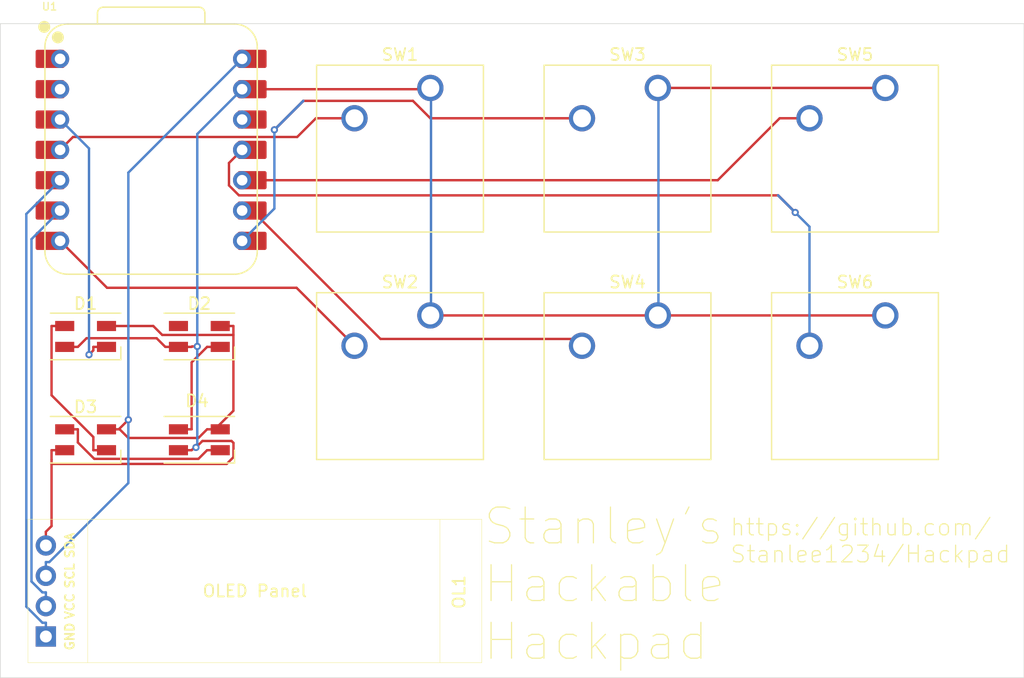
<source format=kicad_pcb>
(kicad_pcb (version 20240108) (generator "pcbnew") (generator_version "8.0")
  (layers (0 "F.Cu" signal) (31 "B.Cu" signal) (34 "B.Paste" user) (35 "F.Paste" user) (36 "B.SilkS" user "B.Silkscreen") (37 "F.SilkS" user "F.Silkscreen") (38 "B.Mask" user) (39 "F.Mask" user) (44 "Edge.Cuts" user))
  (net 0 "")
  (net 1 "+5V")
  (net 2 "GND")
  (net 3 "Net-(D1-DOUT)")
  (net 4 "Net-(D1-DIN)")
  (net 5 "Net-(D2-DIN)")
  (net 7 "Net-(D3-DOUT)")
  (net 8 "Net-(OL1-SCL)")
  (net 9 "Net-(OL1-SDA)")
  (net 10 "Net-(U1-GPIO29{slash}ADC3{slash}A3)")
  (net 11 "Net-(U1-GPIO0{slash}TX)")
  (net 12 "Net-(U1-GPIO1{slash}RX)")
  (net 13 "Net-(U1-GPIO2{slash}SCK)")
  (net 14 "Net-(U1-GPIO4{slash}MISO)")
  (net 15 "Net-(U1-GPIO3{slash}MOSI)")
  (footprint "Button_Switch_Keyboard:SW_Cherry_MX_1.00u_PCB" (layer "F.Cu") (at 102.6875 91.1084)
    (property "Reference" "SW2" (at -2.54 -2.794 0) (layer "F.SilkS"))
    (property "Value" "SW_Push")
    (fp_line (start -9.525 -1.905) (end 4.445 -1.905) (stroke (width 0.12)) (layer "F.SilkS"))
    (fp_line (start -9.525 12.065) (end -9.525 -1.905) (stroke (width 0.12)) (layer "F.SilkS"))
    (fp_line (start 4.445 -1.905) (end 4.445 12.065) (stroke (width 0.12)) (layer "F.SilkS"))
    (fp_line (start 4.445 12.065) (end -9.525 12.065) (stroke (width 0.12)) (layer "F.SilkS"))
    (pad "" np_thru_hole circle (at -7.62 5.08) (size 1.7 1.7) (drill 1.7) (layers "*.Cu" "*.Mask"))
    (pad "" np_thru_hole circle (at -2.54 5.08) (size 4 4) (drill 4) (layers "*.Cu" "*.Mask"))
    (pad "" np_thru_hole circle (at 2.54 5.08) (size 1.7 1.7) (drill 1.7) (layers "*.Cu" "*.Mask"))
    (pad "1" thru_hole circle (at 0 0) (size 2.2 2.2) (drill 1.5) (layers "*.Cu" "*.Mask") (net 2 "GND"))
    (pad "2" thru_hole circle (at -6.35 2.54) (size 2.2 2.2) (drill 1.5) (layers "*.Cu" "*.Mask") (net 11 "Net-(U1-GPIO0{slash}TX)"))
  )
  (footprint "OLED:SSD1306-0.91-OLED-4pin-128x32 (1)" (layer "F.Cu") (at 106.9913 120.185 180)
    (property "Reference" "OL1" (at 1.9 5.91 90) (layer "F.SilkS"))
    (property "Value" "OLED")
    (fp_line (start 38 12) (end 38 0) (stroke (width 0.04)) (layer "F.SilkS"))
    (fp_line (start 38 0) (end 0 0) (stroke (width 0.04)) (layer "F.SilkS"))
    (fp_line (start 33 0) (end 33 12) (stroke (width 0.04)) (layer "F.SilkS"))
    (fp_line (start 3.5 0) (end 3.5 12) (stroke (width 0.04)) (layer "F.SilkS"))
    (fp_line (start 0 12) (end 38 12) (stroke (width 0.04)) (layer "F.SilkS"))
    (fp_line (start 0 0) (end 0 12) (stroke (width 0.04)) (layer "F.SilkS"))
    (fp_text user "OLED Panel" (at 19 6 0) (layer "F.SilkS"))
    (fp_text user "SDA" (at 34.5 9.81 90) (layer "F.SilkS") (effects (font (size 0.75 0.75))))
    (fp_text user "VCC" (at 34.5 4.73 90) (layer "F.SilkS") (effects (font (size 0.75 0.75))))
    (fp_text user "SCL" (at 34.5 7.27 90) (layer "F.SilkS") (effects (font (size 0.75 0.75))))
    (fp_text user "GND" (at 34.5 2.19 90) (layer "F.SilkS") (effects (font (size 0.75 0.75))))
    (pad "1" thru_hole rect (at 36.5 2.19 180) (size 1.7 1.7) (drill 1) (layers "*.Cu" "*.Mask") (net 9 "Net-(OL1-SDA)"))
    (pad "2" thru_hole oval (at 36.5 4.73 180) (size 1.7 1.7) (drill 1) (layers "*.Cu" "*.Mask") (net 8 "Net-(OL1-SCL)"))
    (pad "3" thru_hole oval (at 36.5 7.27 180) (size 1.7 1.7) (drill 1) (layers "*.Cu" "*.Mask") (net 1 "+5V"))
    (pad "4" thru_hole oval (at 36.5 9.81 180) (size 1.7 1.7) (drill 1) (layers "*.Cu" "*.Mask") (net 2 "GND"))
  )
  (footprint "OPL:XIAO-RP2040-DIP" (layer "F.Cu") (at 79.3035 77.244)
    (property "Reference" "U1" (at -8.5 -12 0) (layer "F.SilkS") (effects (font (size 0.635 0.635) (thickness 0.1016))))
    (property "Value" "XIAO-RP2040-DIP")
    (fp_line (start -8.89 8.509) (end -8.89 -8.636) (stroke (width 0.127)) (layer "F.SilkS"))
    (fp_line (start -6.985 10.414) (end 6.985 10.414) (stroke (width 0.127)) (layer "F.SilkS"))
    (fp_line (start -4.495 -10.541) (end -4.491272 -11.451272) (stroke (width 0.127)) (layer "F.SilkS"))
    (fp_line (start -3.991272 -11.951) (end 4.004 -11.951) (stroke (width 0.127)) (layer "F.SilkS"))
    (fp_line (start 4.504 -11.451) (end 4.504 -10.541) (stroke (width 0.127)) (layer "F.SilkS"))
    (fp_line (start 6.985 -10.541) (end -6.985 -10.541) (stroke (width 0.1)) (layer "F.SilkS"))
    (fp_line (start 6.985 -10.541) (end -6.985 -10.541) (stroke (width 0.127)) (layer "F.SilkS"))
    (fp_line (start 8.89 8.509) (end 8.89 -8.636) (stroke (width 0.127)) (layer "F.SilkS"))
    (fp_arc (start -8.89 -8.636) (mid -8.332038 -9.983038) (end -6.985 -10.541) (stroke (width 0.127)) (layer "F.SilkS"))
    (fp_arc (start -6.985 10.414) (mid -8.332038 9.856038) (end -8.89 8.509) (stroke (width 0.127)) (layer "F.SilkS"))
    (fp_arc (start -4.491272 -11.451272) (mid -4.344724 -11.804644) (end -3.991272 -11.951) (stroke (width 0.127)) (layer "F.SilkS"))
    (fp_arc (start 4.004 -11.951) (mid 4.357553 -11.804553) (end 4.504 -11.451) (stroke (width 0.127)) (layer "F.SilkS"))
    (fp_arc (start 6.985 -10.541) (mid 8.332038 -9.983038) (end 8.89 -8.636) (stroke (width 0.127)) (layer "F.SilkS"))
    (fp_arc (start 8.89 8.509) (mid 8.332038 9.856038) (end 6.985 10.414) (stroke (width 0.127)) (layer "F.SilkS"))
    (fp_circle (center -8.95 -10.3) (end -8.95 -10.554) (stroke (width 0.5)) (fill solid) (layer "F.SilkS"))
    (fp_circle (center -7.807 -9.42) (end -7.807 -9.674) (stroke (width 0.5)) (fill solid) (layer "F.SilkS"))
    (pad "1" smd roundrect (at -8.455 -7.62 180) (size 2.432 1.524) (layers "F.Cu" "F.Mask") (roundrect_rratio 0.1))
    (pad "1" thru_hole circle (at -7.62 -7.62 180) (size 1.524 1.524) (drill 0.889) (layers "*.Cu" "*.Mask"))
    (pad "2" smd roundrect (at -8.455 -5.08 180) (size 2.432 1.524) (layers "F.Cu" "F.Mask") (roundrect_rratio 0.1))
    (pad "2" thru_hole circle (at -7.62 -5.08 180) (size 1.524 1.524) (drill 0.889) (layers "*.Cu" "*.Mask"))
    (pad "3" smd roundrect (at -8.455 -2.54 180) (size 2.432 1.524) (layers "F.Cu" "F.Mask") (roundrect_rratio 0.1) (net 4 "Net-(D1-DIN)"))
    (pad "3" thru_hole circle (at -7.62 -2.54 180) (size 1.524 1.524) (drill 0.889) (layers "*.Cu" "*.Mask") (net 4 "Net-(D1-DIN)"))
    (pad "4" smd roundrect (at -8.455 0 180) (size 2.432 1.524) (layers "F.Cu" "F.Mask") (roundrect_rratio 0.1) (net 10 "Net-(U1-GPIO29{slash}ADC3{slash}A3)"))
    (pad "4" thru_hole circle (at -7.62 0 180) (size 1.524 1.524) (drill 0.889) (layers "*.Cu" "*.Mask") (net 10 "Net-(U1-GPIO29{slash}ADC3{slash}A3)"))
    (pad "5" smd roundrect (at -8.455 2.54 180) (size 2.432 1.524) (layers "F.Cu" "F.Mask") (roundrect_rratio 0.1) (net 9 "Net-(OL1-SDA)"))
    (pad "5" thru_hole circle (at -7.62 2.54 180) (size 1.524 1.524) (drill 0.889) (layers "*.Cu" "*.Mask") (net 9 "Net-(OL1-SDA)"))
    (pad "6" smd roundrect (at -8.455 5.08 180) (size 2.432 1.524) (layers "F.Cu" "F.Mask") (roundrect_rratio 0.1) (net 8 "Net-(OL1-SCL)"))
    (pad "6" thru_hole circle (at -7.62 5.08 180) (size 1.524 1.524) (drill 0.889) (layers "*.Cu" "*.Mask") (net 8 "Net-(OL1-SCL)"))
    (pad "7" smd roundrect (at -8.455 7.62 180) (size 2.432 1.524) (layers "F.Cu" "F.Mask") (roundrect_rratio 0.1) (net 11 "Net-(U1-GPIO0{slash}TX)"))
    (pad "7" thru_hole circle (at -7.62 7.62 180) (size 1.524 1.524) (drill 0.889) (layers "*.Cu" "*.Mask") (net 11 "Net-(U1-GPIO0{slash}TX)"))
    (pad "8" thru_hole circle (at 7.62 7.62) (size 1.524 1.524) (drill 0.889) (layers "*.Cu" "*.Mask") (net 12 "Net-(U1-GPIO1{slash}RX)"))
    (pad "8" smd roundrect (at 8.455 7.62) (size 2.432 1.524) (layers "F.Cu" "F.Mask") (roundrect_rratio 0.1) (net 12 "Net-(U1-GPIO1{slash}RX)"))
    (pad "9" thru_hole circle (at 7.62 5.08) (size 1.524 1.524) (drill 0.889) (layers "*.Cu" "*.Mask") (net 13 "Net-(U1-GPIO2{slash}SCK)"))
    (pad "9" smd roundrect (at 8.455 5.08) (size 2.432 1.524) (layers "F.Cu" "F.Mask") (roundrect_rratio 0.1) (net 13 "Net-(U1-GPIO2{slash}SCK)"))
    (pad "10" thru_hole circle (at 7.62 2.54) (size 1.524 1.524) (drill 0.889) (layers "*.Cu" "*.Mask") (net 14 "Net-(U1-GPIO4{slash}MISO)"))
    (pad "10" smd roundrect (at 8.455 2.54) (size 2.432 1.524) (layers "F.Cu" "F.Mask") (roundrect_rratio 0.1) (net 14 "Net-(U1-GPIO4{slash}MISO)"))
    (pad "11" thru_hole circle (at 7.62 0) (size 1.524 1.524) (drill 0.889) (layers "*.Cu" "*.Mask") (net 15 "Net-(U1-GPIO3{slash}MOSI)"))
    (pad "11" smd roundrect (at 8.455 0) (size 2.432 1.524) (layers "F.Cu" "F.Mask") (roundrect_rratio 0.1) (net 15 "Net-(U1-GPIO3{slash}MOSI)"))
    (pad "12" thru_hole circle (at 7.62 -2.54) (size 1.524 1.524) (drill 0.889) (layers "*.Cu" "*.Mask"))
    (pad "12" smd roundrect (at 8.455 -2.54) (size 2.432 1.524) (layers "F.Cu" "F.Mask") (roundrect_rratio 0.1))
    (pad "13" thru_hole circle (at 7.62 -5.08) (size 1.524 1.524) (drill 0.889) (layers "*.Cu" "*.Mask") (net 2 "GND"))
    (pad "13" smd roundrect (at 8.455 -5.08) (size 2.432 1.524) (layers "F.Cu" "F.Mask") (roundrect_rratio 0.1) (net 2 "GND"))
    (pad "14" thru_hole circle (at 7.62 -7.62) (size 1.524 1.524) (drill 0.889) (layers "*.Cu" "*.Mask") (net 1 "+5V"))
    (pad "14" smd roundrect (at 8.455 -7.62) (size 2.432 1.524) (layers "F.Cu" "F.Mask") (roundrect_rratio 0.1) (net 1 "+5V"))
  )
  (footprint "LED_SMD:LED_SK6812MINI_PLCC4_3.5x3.5mm_P1.75mm" (layer "F.Cu") (at 83.3438 101.5187)
    (property "Reference" "D4" (at -0.1965 -3.25425 0) (layer "F.SilkS"))
    (property "Value" "SK6812MINI")
    (fp_line (start -2.95 -1.95) (end 2.95 -1.95) (stroke (width 0.12)) (layer "F.SilkS"))
    (fp_line (start -2.95 1.95) (end 2.95 1.95) (stroke (width 0.12)) (layer "F.SilkS"))
    (fp_line (start 2.95 1.95) (end 2.95 0.875) (stroke (width 0.12)) (layer "F.SilkS"))
    (pad "1" smd rect (at -1.75 -0.875) (size 1.6 0.85) (layers "F.Cu" "F.Paste" "F.Mask") (net 5 "Net-(D2-DIN)"))
    (pad "2" smd rect (at -1.75 0.875) (size 1.6 0.85) (layers "F.Cu" "F.Paste" "F.Mask") (net 2 "GND"))
    (pad "3" smd rect (at 1.75 0.875) (size 1.6 0.85) (layers "F.Cu" "F.Paste" "F.Mask") (net 7 "Net-(D3-DOUT)"))
    (pad "4" smd rect (at 1.75 -0.875) (size 1.6 0.85) (layers "F.Cu" "F.Paste" "F.Mask") (net 1 "+5V"))
  )
  (footprint "LED_SMD:LED_SK6812MINI_PLCC4_3.5x3.5mm_P1.75mm" (layer "F.Cu") (at 73.8188 92.8687)
    (property "Reference" "D1" (at 0 -2.75 0) (layer "F.SilkS"))
    (property "Value" "SK6812MINI")
    (fp_line (start -2.95 -1.95) (end 2.95 -1.95) (stroke (width 0.12)) (layer "F.SilkS"))
    (fp_line (start -2.95 1.95) (end 2.95 1.95) (stroke (width 0.12)) (layer "F.SilkS"))
    (fp_line (start 2.95 1.95) (end 2.95 0.875) (stroke (width 0.12)) (layer "F.SilkS"))
    (pad "1" smd rect (at -1.75 -0.875) (size 1.6 0.85) (layers "F.Cu" "F.Paste" "F.Mask") (net 3 "Net-(D1-DOUT)"))
    (pad "2" smd rect (at -1.75 0.875) (size 1.6 0.85) (layers "F.Cu" "F.Paste" "F.Mask") (net 2 "GND"))
    (pad "3" smd rect (at 1.75 0.875) (size 1.6 0.85) (layers "F.Cu" "F.Paste" "F.Mask") (net 4 "Net-(D1-DIN)"))
    (pad "4" smd rect (at 1.75 -0.875) (size 1.6 0.85) (layers "F.Cu" "F.Paste" "F.Mask") (net 1 "+5V"))
  )
  (footprint "Button_Switch_Keyboard:SW_Cherry_MX_1.00u_PCB" (layer "F.Cu") (at 121.7375 91.1084)
    (property "Reference" "SW4" (at -2.54 -2.794 0) (layer "F.SilkS"))
    (property "Value" "SW_Push")
    (fp_line (start -9.525 -1.905) (end 4.445 -1.905) (stroke (width 0.12)) (layer "F.SilkS"))
    (fp_line (start -9.525 12.065) (end -9.525 -1.905) (stroke (width 0.12)) (layer "F.SilkS"))
    (fp_line (start 4.445 -1.905) (end 4.445 12.065) (stroke (width 0.12)) (layer "F.SilkS"))
    (fp_line (start 4.445 12.065) (end -9.525 12.065) (stroke (width 0.12)) (layer "F.SilkS"))
    (pad "" np_thru_hole circle (at -7.62 5.08) (size 1.7 1.7) (drill 1.7) (layers "*.Cu" "*.Mask"))
    (pad "" np_thru_hole circle (at -2.54 5.08) (size 4 4) (drill 4) (layers "*.Cu" "*.Mask"))
    (pad "" np_thru_hole circle (at 2.54 5.08) (size 1.7 1.7) (drill 1.7) (layers "*.Cu" "*.Mask"))
    (pad "1" thru_hole circle (at 0 0) (size 2.2 2.2) (drill 1.5) (layers "*.Cu" "*.Mask") (net 2 "GND"))
    (pad "2" thru_hole circle (at -6.35 2.54) (size 2.2 2.2) (drill 1.5) (layers "*.Cu" "*.Mask") (net 13 "Net-(U1-GPIO2{slash}SCK)"))
  )
  (footprint "LED_SMD:LED_SK6812MINI_PLCC4_3.5x3.5mm_P1.75mm" (layer "F.Cu") (at 83.3438 92.8687)
    (property "Reference" "D2" (at 0 -2.75 0) (layer "F.SilkS"))
    (property "Value" "SK6812MINI")
    (fp_line (start -2.95 -1.95) (end 2.95 -1.95) (stroke (width 0.12)) (layer "F.SilkS"))
    (fp_line (start -2.95 1.95) (end 2.95 1.95) (stroke (width 0.12)) (layer "F.SilkS"))
    (fp_line (start 2.95 1.95) (end 2.95 0.875) (stroke (width 0.12)) (layer "F.SilkS"))
    (pad "1" smd rect (at -1.75 -0.875) (size 1.6 0.85) (layers "F.Cu" "F.Paste" "F.Mask"))
    (pad "2" smd rect (at -1.75 0.875) (size 1.6 0.85) (layers "F.Cu" "F.Paste" "F.Mask") (net 2 "GND"))
    (pad "3" smd rect (at 1.75 0.875) (size 1.6 0.85) (layers "F.Cu" "F.Paste" "F.Mask") (net 5 "Net-(D2-DIN)"))
    (pad "4" smd rect (at 1.75 -0.875) (size 1.6 0.85) (layers "F.Cu" "F.Paste" "F.Mask") (net 1 "+5V"))
  )
  (footprint "Button_Switch_Keyboard:SW_Cherry_MX_1.00u_PCB" (layer "F.Cu") (at 121.7375 72.0584)
    (property "Reference" "SW3" (at -2.54 -2.794 0) (layer "F.SilkS"))
    (property "Value" "SW_Push")
    (fp_line (start -9.525 -1.905) (end 4.445 -1.905) (stroke (width 0.12)) (layer "F.SilkS"))
    (fp_line (start -9.525 12.065) (end -9.525 -1.905) (stroke (width 0.12)) (layer "F.SilkS"))
    (fp_line (start 4.445 -1.905) (end 4.445 12.065) (stroke (width 0.12)) (layer "F.SilkS"))
    (fp_line (start 4.445 12.065) (end -9.525 12.065) (stroke (width 0.12)) (layer "F.SilkS"))
    (pad "" np_thru_hole circle (at -7.62 5.08) (size 1.7 1.7) (drill 1.7) (layers "*.Cu" "*.Mask"))
    (pad "" np_thru_hole circle (at -2.54 5.08) (size 4 4) (drill 4) (layers "*.Cu" "*.Mask"))
    (pad "" np_thru_hole circle (at 2.54 5.08) (size 1.7 1.7) (drill 1.7) (layers "*.Cu" "*.Mask"))
    (pad "1" thru_hole circle (at 0 0) (size 2.2 2.2) (drill 1.5) (layers "*.Cu" "*.Mask") (net 2 "GND"))
    (pad "2" thru_hole circle (at -6.35 2.54) (size 2.2 2.2) (drill 1.5) (layers "*.Cu" "*.Mask") (net 12 "Net-(U1-GPIO1{slash}RX)"))
  )
  (footprint "LED_SMD:LED_SK6812MINI_PLCC4_3.5x3.5mm_P1.75mm" (layer "F.Cu") (at 73.8188 101.5187)
    (property "Reference" "D3" (at 0 -2.75 0) (layer "F.SilkS"))
    (property "Value" "SK6812MINI")
    (fp_line (start -2.95 -1.95) (end 2.95 -1.95) (stroke (width 0.12)) (layer "F.SilkS"))
    (fp_line (start -2.95 1.95) (end 2.95 1.95) (stroke (width 0.12)) (layer "F.SilkS"))
    (fp_line (start 2.95 1.95) (end 2.95 0.875) (stroke (width 0.12)) (layer "F.SilkS"))
    (pad "1" smd rect (at -1.75 -0.875) (size 1.6 0.85) (layers "F.Cu" "F.Paste" "F.Mask") (net 7 "Net-(D3-DOUT)"))
    (pad "2" smd rect (at -1.75 0.875) (size 1.6 0.85) (layers "F.Cu" "F.Paste" "F.Mask") (net 2 "GND"))
    (pad "3" smd rect (at 1.75 0.875) (size 1.6 0.85) (layers "F.Cu" "F.Paste" "F.Mask") (net 3 "Net-(D1-DOUT)"))
    (pad "4" smd rect (at 1.75 -0.875) (size 1.6 0.85) (layers "F.Cu" "F.Paste" "F.Mask") (net 1 "+5V"))
  )
  (footprint "Button_Switch_Keyboard:SW_Cherry_MX_1.00u_PCB" (layer "F.Cu") (at 140.7875 72.0584)
    (property "Reference" "SW5" (at -2.54 -2.794 0) (layer "F.SilkS"))
    (property "Value" "SW_Push")
    (fp_line (start -9.525 -1.905) (end 4.445 -1.905) (stroke (width 0.12)) (layer "F.SilkS"))
    (fp_line (start -9.525 12.065) (end -9.525 -1.905) (stroke (width 0.12)) (layer "F.SilkS"))
    (fp_line (start 4.445 -1.905) (end 4.445 12.065) (stroke (width 0.12)) (layer "F.SilkS"))
    (fp_line (start 4.445 12.065) (end -9.525 12.065) (stroke (width 0.12)) (layer "F.SilkS"))
    (pad "" np_thru_hole circle (at -7.62 5.08) (size 1.7 1.7) (drill 1.7) (layers "*.Cu" "*.Mask"))
    (pad "" np_thru_hole circle (at -2.54 5.08) (size 4 4) (drill 4) (layers "*.Cu" "*.Mask"))
    (pad "" np_thru_hole circle (at 2.54 5.08) (size 1.7 1.7) (drill 1.7) (layers "*.Cu" "*.Mask"))
    (pad "1" thru_hole circle (at 0 0) (size 2.2 2.2) (drill 1.5) (layers "*.Cu" "*.Mask") (net 2 "GND"))
    (pad "2" thru_hole circle (at -6.35 2.54) (size 2.2 2.2) (drill 1.5) (layers "*.Cu" "*.Mask") (net 14 "Net-(U1-GPIO4{slash}MISO)"))
  )
  (footprint "Button_Switch_Keyboard:SW_Cherry_MX_1.00u_PCB" (layer "F.Cu") (at 140.7875 91.1084)
    (property "Reference" "SW6" (at -2.54 -2.794 0) (layer "F.SilkS"))
    (property "Value" "SW_Push")
    (fp_line (start -9.525 -1.905) (end 4.445 -1.905) (stroke (width 0.12)) (layer "F.SilkS"))
    (fp_line (start -9.525 12.065) (end -9.525 -1.905) (stroke (width 0.12)) (layer "F.SilkS"))
    (fp_line (start 4.445 -1.905) (end 4.445 12.065) (stroke (width 0.12)) (layer "F.SilkS"))
    (fp_line (start 4.445 12.065) (end -9.525 12.065) (stroke (width 0.12)) (layer "F.SilkS"))
    (pad "" np_thru_hole circle (at -7.62 5.08) (size 1.7 1.7) (drill 1.7) (layers "*.Cu" "*.Mask"))
    (pad "" np_thru_hole circle (at -2.54 5.08) (size 4 4) (drill 4) (layers "*.Cu" "*.Mask"))
    (pad "" np_thru_hole circle (at 2.54 5.08) (size 1.7 1.7) (drill 1.7) (layers "*.Cu" "*.Mask"))
    (pad "1" thru_hole circle (at 0 0) (size 2.2 2.2) (drill 1.5) (layers "*.Cu" "*.Mask") (net 2 "GND"))
    (pad "2" thru_hole circle (at -6.35 2.54) (size 2.2 2.2) (drill 1.5) (layers "*.Cu" "*.Mask") (net 15 "Net-(U1-GPIO3{slash}MOSI)"))
  )
  (footprint "Button_Switch_Keyboard:SW_Cherry_MX_1.00u_PCB" (layer "F.Cu") (at 102.6875 72.0584)
    (property "Reference" "SW1" (at -2.54 -2.794 0) (layer "F.SilkS"))
    (property "Value" "SW_Push")
    (fp_line (start -9.525 -1.905) (end 4.445 -1.905) (stroke (width 0.12)) (layer "F.SilkS"))
    (fp_line (start -9.525 12.065) (end -9.525 -1.905) (stroke (width 0.12)) (layer "F.SilkS"))
    (fp_line (start 4.445 -1.905) (end 4.445 12.065) (stroke (width 0.12)) (layer "F.SilkS"))
    (fp_line (start 4.445 12.065) (end -9.525 12.065) (stroke (width 0.12)) (layer "F.SilkS"))
    (pad "" np_thru_hole circle (at -7.62 5.08) (size 1.7 1.7) (drill 1.7) (layers "*.Cu" "*.Mask"))
    (pad "" np_thru_hole circle (at -2.54 5.08) (size 4 4) (drill 4) (layers "*.Cu" "*.Mask"))
    (pad "" np_thru_hole circle (at 2.54 5.08) (size 1.7 1.7) (drill 1.7) (layers "*.Cu" "*.Mask"))
    (pad "1" thru_hole circle (at 0 0) (size 2.2 2.2) (drill 1.5) (layers "*.Cu" "*.Mask") (net 2 "GND"))
    (pad "2" thru_hole circle (at -6.35 2.54) (size 2.2 2.2) (drill 1.5) (layers "*.Cu" "*.Mask") (net 10 "Net-(U1-GPIO29{slash}ADC3{slash}A3)"))
  )
  (gr_rect (start 66.675 66.675) (end 152.4 121.44375) (stroke (width 0.05)) (fill none) (layer "Edge.Cuts"))
  (gr_text "Stanley's \nHackable\nHackpad" (at 106.9913 120.185 0) (layer "F.SilkS") (effects (font (size 3 3) (thickness 0.1)) (justify left bottom)))
  (gr_text "https://github.com/\nStanlee1234/Hackpad" (at 127.740332 111.91875 0) (layer "F.SilkS") (effects (font (size 1.4 1.4) (thickness 0.1)) (justify left bottom)))
  (segment (start 85.0938 100.6437) (end 84.6438 100.6437) (width 0.2) (layer "F.Cu") (net 1))
  (segment (start 86.9235 69.624) (end 87.7585 69.624) (width 0.2) (layer "F.Cu") (net 1))
  (segment (start 76.6705 100.5724) (end 76.6705 100.6437) (width 0.2) (layer "F.Cu") (net 1))
  (segment (start 80.2342 92.7427) (end 86.1955 92.7427) (width 0.2) (layer "F.Cu") (net 1))
  (segment (start 76.6705 100.6437) (end 77.3972 101.3704) (width 0.2) (layer "F.Cu") (net 1))
  (segment (start 84.6438 100.6437) (end 83.9921 100.6437) (width 0.2) (layer "F.Cu") (net 1))
  (segment (start 83.2654 101.3704) (end 83.9921 100.6437) (width 0.2) (layer "F.Cu") (net 1))
  (segment (start 79.4852 91.9937) (end 80.2342 92.7427) (width 0.2) (layer "F.Cu") (net 1))
  (segment (start 75.5688 100.6437) (end 76.6705 100.6437) (width 0.2) (layer "F.Cu") (net 1))
  (segment (start 86.1955 99.092) (end 86.1955 92.7427) (width 0.2) (layer "F.Cu") (net 1))
  (segment (start 77.3972 101.3704) (end 83.2654 101.3704) (width 0.2) (layer "F.Cu") (net 1))
  (segment (start 86.1955 92.7427) (end 86.1955 91.9937) (width 0.2) (layer "F.Cu") (net 1))
  (segment (start 77.3979 99.845) (end 76.6705 100.5724) (width 0.2) (layer "F.Cu") (net 1))
  (segment (start 75.5688 91.9937) (end 79.4852 91.9937) (width 0.2) (layer "F.Cu") (net 1))
  (segment (start 85.0938 91.9937) (end 86.1955 91.9937) (width 0.2) (layer "F.Cu") (net 1))
  (segment (start 84.6438 100.6437) (end 86.1955 99.092) (width 0.2) (layer "F.Cu") (net 1))
  (via (at 77.3979 99.845) (size 0.6) (drill 0.3) (layers "F.Cu" "B.Cu") (net 1))
  (segment (start 86.9235 69.624) (end 77.3979 79.1496) (width 0.2) (layer "B.Cu") (net 1))
  (segment (start 70.4913 111.7633) (end 70.7792 111.7633) (width 0.2) (layer "B.Cu") (net 1))
  (segment (start 77.3979 105.1446) (end 77.3979 99.845) (width 0.2) (layer "B.Cu") (net 1))
  (segment (start 70.7792 111.7633) (end 77.3979 105.1446) (width 0.2) (layer "B.Cu") (net 1))
  (segment (start 77.3979 79.1496) (end 77.3979 99.845) (width 0.2) (layer "B.Cu") (net 1))
  (segment (start 70.4913 112.915) (end 70.4913 111.7633) (width 0.2) (layer "B.Cu") (net 1))
  (segment (start 79.7654 93.017) (end 80.4921 93.7437) (width 0.2) (layer "F.Cu") (net 2))
  (segment (start 70.9671 103.5437) (end 85.635 103.5437) (width 0.2) (layer "F.Cu") (net 2))
  (segment (start 83.0594 102.1619) (end 82.9273 102.1619) (width 0.2) (layer "F.Cu") (net 2))
  (segment (start 70.4913 110.375) (end 70.4913 109.2233) (width 0.2) (layer "F.Cu") (net 2))
  (segment (start 70.9671 103.1879) (end 70.9671 102.3937) (width 0.2) (layer "F.Cu") (net 2))
  (segment (start 121.7375 72.0584) (end 140.7875 72.0584) (width 0.2) (layer "F.Cu") (net 2))
  (segment (start 73.1705 93.7437) (end 73.8972 93.017) (width 0.2) (layer "F.Cu") (net 2))
  (segment (start 81.5938 93.7437) (end 82.6955 93.7437) (width 0.2) (layer "F.Cu") (net 2))
  (segment (start 81.5938 93.7437) (end 80.4921 93.7437) (width 0.2) (layer "F.Cu") (net 2))
  (segment (start 86.2013 102.9774) (end 86.2013 101.7827) (width 0.2) (layer "F.Cu") (net 2))
  (segment (start 83.1701 93.7057) (end 82.7335 93.7057) (width 0.2) (layer "F.Cu") (net 2))
  (segment (start 102.5819 72.164) (end 102.6875 72.0584) (width 0.2) (layer "F.Cu") (net 2))
  (segment (start 87.7585 72.164) (end 102.5819 72.164) (width 0.2) (layer "F.Cu") (net 2))
  (segment (start 70.9671 103.5437) (end 70.9671 103.1879) (width 0.2) (layer "F.Cu") (net 2))
  (segment (start 81.5938 102.3937) (end 82.6955 102.3937) (width 0.2) (layer "F.Cu") (net 2))
  (segment (start 83.6009 101.6204) (end 83.0594 102.1619) (width 0.2) (layer "F.Cu") (net 2))
  (segment (start 70.9671 108.7475) (end 70.9671 103.5437) (width 0.2) (layer "F.Cu") (net 2))
  (segment (start 121.7375 91.1084) (end 102.6875 91.1084) (width 0.2) (layer "F.Cu") (net 2))
  (segment (start 140.7875 91.1084) (end 121.7375 91.1084) (width 0.2) (layer "F.Cu") (net 2))
  (segment (start 85.635 103.5437) (end 86.2013 102.9774) (width 0.2) (layer "F.Cu") (net 2))
  (segment (start 86.039 101.6204) (end 83.6009 101.6204) (width 0.2) (layer "F.Cu") (net 2))
  (segment (start 86.9235 72.164) (end 87.7585 72.164) (width 0.2) (layer "F.Cu") (net 2))
  (segment (start 82.7335 93.7057) (end 82.6955 93.7437) (width 0.2) (layer "F.Cu") (net 2))
  (segment (start 70.4913 109.2233) (end 70.9671 108.7475) (width 0.2) (layer "F.Cu") (net 2))
  (segment (start 72.0688 93.7437) (end 73.1705 93.7437) (width 0.2) (layer "F.Cu") (net 2))
  (segment (start 72.0688 102.3937) (end 70.9671 102.3937) (width 0.2) (layer "F.Cu") (net 2))
  (segment (start 82.9273 102.1619) (end 82.6955 102.3937) (width 0.2) (layer "F.Cu") (net 2))
  (segment (start 73.8972 93.017) (end 79.7654 93.017) (width 0.2) (layer "F.Cu") (net 2))
  (segment (start 86.2013 101.7827) (end 86.039 101.6204) (width 0.2) (layer "F.Cu") (net 2))
  (via (at 83.1701 93.7057) (size 0.6) (drill 0.3) (layers "F.Cu" "B.Cu") (net 2))
  (via (at 83.0594 102.1619) (size 0.6) (drill 0.3) (layers "F.Cu" "B.Cu") (net 2))
  (segment (start 102.6875 91.1084) (end 102.7429 91.053) (width 0.2) (layer "B.Cu") (net 2))
  (segment (start 83.1701 93.7057) (end 83.1701 102.0512) (width 0.2) (layer "B.Cu") (net 2))
  (segment (start 83.1701 75.9174) (end 83.1701 93.7057) (width 0.2) (layer "B.Cu") (net 2))
  (segment (start 121.7883 72.1092) (end 121.7883 91.0576) (width 0.2) (layer "B.Cu") (net 2))
  (segment (start 121.7883 91.0576) (end 121.7375 91.1084) (width 0.2) (layer "B.Cu") (net 2))
  (segment (start 83.1701 102.0512) (end 83.0594 102.1619) (width 0.2) (layer "B.Cu") (net 2))
  (segment (start 86.9235 72.164) (end 83.1701 75.9174) (width 0.2) (layer "B.Cu") (net 2))
  (segment (start 102.7429 72.1138) (end 102.6875 72.0584) (width 0.2) (layer "B.Cu") (net 2))
  (segment (start 121.7375 72.0584) (end 121.7883 72.1092) (width 0.2) (layer "B.Cu") (net 2))
  (segment (start 102.7429 91.053) (end 102.7429 72.1138) (width 0.2) (layer "B.Cu") (net 2))
  (segment (start 74.4671 102.3937) (end 74.4671 101.292) (width 0.2) (layer "F.Cu") (net 3))
  (segment (start 74.4671 101.292) (end 70.9671 97.792) (width 0.2) (layer "F.Cu") (net 3))
  (segment (start 75.5688 102.3937) (end 74.4671 102.3937) (width 0.2) (layer "F.Cu") (net 3))
  (segment (start 72.0688 91.9937) (end 70.9671 91.9937) (width 0.2) (layer "F.Cu") (net 3))
  (segment (start 70.9671 97.792) (end 70.9671 91.9937) (width 0.2) (layer "F.Cu") (net 3))
  (segment (start 74.2624 94.2354) (end 74.1032 94.3946) (width 0.2) (layer "F.Cu") (net 4))
  (segment (start 70.8485 74.704) (end 71.6835 74.704) (width 0.2) (layer "F.Cu") (net 4))
  (segment (start 74.1032 94.3946) (end 74.4671 94.0307) (width 0.2) (layer "F.Cu") (net 4))
  (segment (start 75.5688 93.7437) (end 74.4671 93.7437) (width 0.2) (layer "F.Cu") (net 4))
  (segment (start 74.4671 94.0307) (end 74.4671 93.7437) (width 0.2) (layer "F.Cu") (net 4))
  (segment (start 74.1032 94.3946) (end 74.2624 94.2354) (width 0.2) (layer "F.Cu") (net 4))
  (via (at 74.1032 94.3946) (size 0.6) (drill 0.3) (layers "F.Cu" "B.Cu") (net 4))
  (segment (start 71.6835 74.704) (end 74.1032 77.1237) (width 0.2) (layer "B.Cu") (net 4))
  (segment (start 74.1032 77.1237) (end 74.1032 94.3946) (width 0.2) (layer "B.Cu") (net 4))
  (segment (start 74.2624 94.2354) (end 74.1032 94.3946) (width 0.2) (layer "B.Cu") (net 4))
  (segment (start 74.1032 94.3946) (end 74.2624 94.2354) (width 0.2) (layer "B.Cu") (net 4))
  (segment (start 82.6955 95.0403) (end 83.9921 93.7437) (width 0.2) (layer "F.Cu") (net 5))
  (segment (start 85.0938 93.7437) (end 83.9921 93.7437) (width 0.2) (layer "F.Cu") (net 5))
  (segment (start 81.5938 100.6437) (end 82.6955 100.6437) (width 0.2) (layer "F.Cu") (net 5))
  (segment (start 82.6955 100.6437) (end 82.6955 95.0403) (width 0.2) (layer "F.Cu") (net 5))
  (segment (start 83.9921 102.3937) (end 83.2653 103.1205) (width 0.2) (layer "F.Cu") (net 7))
  (segment (start 85.0938 102.3937) (end 83.9921 102.3937) (width 0.2) (layer "F.Cu") (net 7))
  (segment (start 73.1705 101.7454) (end 73.1705 100.6437) (width 0.2) (layer "F.Cu") (net 7))
  (segment (start 83.2653 103.1205) (end 74.5456 103.1205) (width 0.2) (layer "F.Cu") (net 7))
  (segment (start 72.0688 100.6437) (end 73.1705 100.6437) (width 0.2) (layer "F.Cu") (net 7))
  (segment (start 74.5456 103.1205) (end 73.1705 101.7454) (width 0.2) (layer "F.Cu") (net 7))
  (segment (start 71.6835 82.324) (end 70.8485 82.324) (width 0.2) (layer "F.Cu") (net 8))
  (segment (start 70.4913 114.3033) (end 70.2034 114.3033) (width 0.2) (layer "B.Cu") (net 8))
  (segment (start 69.2873 84.7202) (end 71.6835 82.324) (width 0.2) (layer "B.Cu") (net 8))
  (segment (start 69.2873 113.3872) (end 69.2873 84.7202) (width 0.2) (layer "B.Cu") (net 8))
  (segment (start 70.2034 114.3033) (end 69.2873 113.3872) (width 0.2) (layer "B.Cu") (net 8))
  (segment (start 70.4913 115.455) (end 70.4913 114.3033) (width 0.2) (layer "B.Cu") (net 8))
  (segment (start 71.6835 79.784) (end 70.8485 79.784) (width 0.2) (layer "F.Cu") (net 9))
  (segment (start 70.2034 116.8433) (end 70.4913 116.8433) (width 0.2) (layer "B.Cu") (net 9))
  (segment (start 70.4913 117.995) (end 70.4913 116.8433) (width 0.2) (layer "B.Cu") (net 9))
  (segment (start 71.6835 79.784) (end 68.8539 82.6136) (width 0.2) (layer "B.Cu") (net 9))
  (segment (start 68.8539 115.4938) (end 70.2034 116.8433) (width 0.2) (layer "B.Cu") (net 9))
  (segment (start 68.8539 82.6136) (end 68.8539 115.4938) (width 0.2) (layer "B.Cu") (net 9))
  (segment (start 93.103 74.5984) (end 96.3375 74.5984) (width 0.2) (layer "F.Cu") (net 10))
  (segment (start 72.7623 76.1652) (end 91.5362 76.1652) (width 0.2) (layer "F.Cu") (net 10))
  (segment (start 91.5362 76.1652) (end 93.103 74.5984) (width 0.2) (layer "F.Cu") (net 10))
  (segment (start 71.6835 77.244) (end 70.8485 77.244) (width 0.2) (layer "F.Cu") (net 10))
  (segment (start 71.6835 77.244) (end 72.7623 76.1652) (width 0.2) (layer "F.Cu") (net 10))
  (segment (start 70.8485 84.864) (end 71.6835 84.864) (width 0.2) (layer "F.Cu") (net 11))
  (segment (start 91.4835 88.7944) (end 96.3375 93.6484) (width 0.2) (layer "F.Cu") (net 11))
  (segment (start 75.6139 88.7944) (end 91.4835 88.7944) (width 0.2) (layer "F.Cu") (net 11))
  (segment (start 71.6835 84.864) (end 75.6139 88.7944) (width 0.2) (layer "F.Cu") (net 11))
  (segment (start 115.3875 74.5984) (end 102.6875 74.5984) (width 0.2) (layer "F.Cu") (net 12))
  (segment (start 102.6875 74.5984) (end 101.2297 73.1406) (width 0.2) (layer "F.Cu") (net 12))
  (segment (start 92.05 73.1406) (end 89.6271 75.5635) (width 0.2) (layer "F.Cu") (net 12))
  (segment (start 92.05 73.1406) (end 89.6271 75.5635) (width 0.2) (layer "F.Cu") (net 12))
  (segment (start 87.2997 84.864) (end 87.341 84.864) (width 0.2) (layer "F.Cu") (net 12))
  (segment (start 101.2297 73.1406) (end 92.05 73.1406) (width 0.2) (layer "F.Cu") (net 12))
  (segment (start 89.6271 75.5635) (end 92.05 73.1406) (width 0.2) (layer "F.Cu") (net 12))
  (segment (start 86.9235 84.864) (end 87.2997 84.864) (width 0.2) (layer "F.Cu") (net 12))
  (segment (start 87.341 84.864) (end 87.7585 84.864) (width 0.2) (layer "F.Cu") (net 12))
  (via (at 89.6271 75.5635) (size 0.6) (drill 0.3) (layers "F.Cu" "B.Cu") (net 12))
  (segment (start 89.6271 75.5635) (end 92.05 73.1406) (width 0.2) (layer "B.Cu") (net 12))
  (segment (start 92.05 73.1406) (end 89.6271 75.5635) (width 0.2) (layer "B.Cu") (net 12))
  (segment (start 89.6271 82.1604) (end 86.9235 84.864) (width 0.2) (layer "B.Cu") (net 12))
  (segment (start 89.6271 75.5635) (end 89.6271 82.1604) (width 0.2) (layer "B.Cu") (net 12))
  (segment (start 87.7585 82.324) (end 98.5129 93.0784) (width 0.2) (layer "F.Cu") (net 13))
  (segment (start 98.5129 93.0784) (end 114.8175 93.0784) (width 0.2) (layer "F.Cu") (net 13))
  (segment (start 86.9235 82.324) (end 87.7585 82.324) (width 0.2) (layer "F.Cu") (net 13))
  (segment (start 114.8175 93.0784) (end 115.3875 93.6484) (width 0.2) (layer "F.Cu") (net 13))
  (segment (start 126.7533 79.784) (end 87.7585 79.784) (width 0.2) (layer "F.Cu") (net 14))
  (segment (start 131.9389 74.5984) (end 126.7533 79.784) (width 0.2) (layer "F.Cu") (net 14))
  (segment (start 134.4375 74.5984) (end 131.9389 74.5984) (width 0.2) (layer "F.Cu") (net 14))
  (segment (start 86.9235 79.784) (end 87.7585 79.784) (width 0.2) (layer "F.Cu") (net 14))
  (segment (start 85.8254 78.3421) (end 86.9235 77.244) (width 0.2) (layer "F.Cu") (net 15))
  (segment (start 86.9235 77.244) (end 87.7585 77.244) (width 0.2) (layer "F.Cu") (net 15))
  (segment (start 85.8254 80.2199) (end 85.8254 78.3421) (width 0.2) (layer "F.Cu") (net 15))
  (segment (start 131.8107 81.054) (end 133.2425 82.4858) (width 0.2) (layer "F.Cu") (net 15))
  (segment (start 131.8107 81.054) (end 86.6595 81.054) (width 0.2) (layer "F.Cu") (net 15))
  (segment (start 133.2425 82.4858) (end 131.8107 81.054) (width 0.2) (layer "F.Cu") (net 15))
  (segment (start 133.2425 82.4858) (end 131.8107 81.054) (width 0.2) (layer "F.Cu") (net 15))
  (segment (start 86.6595 81.054) (end 85.8254 80.2199) (width 0.2) (layer "F.Cu") (net 15))
  (via (at 133.2425 82.4858) (size 0.6) (drill 0.3) (layers "F.Cu" "B.Cu") (net 15))
  (segment (start 133.2425 82.4858) (end 131.8107 81.054) (width 0.2) (layer "B.Cu") (net 15))
  (segment (start 133.2425 82.4858) (end 134.4375 83.6808) (width 0.2) (layer "B.Cu") (net 15))
  (segment (start 134.4375 83.6808) (end 134.4375 93.6484) (width 0.2) (layer "B.Cu") (net 15))
  (segment (start 131.8107 81.054) (end 133.2425 82.4858) (width 0.2) (layer "B.Cu") (net 15))
)
</source>
